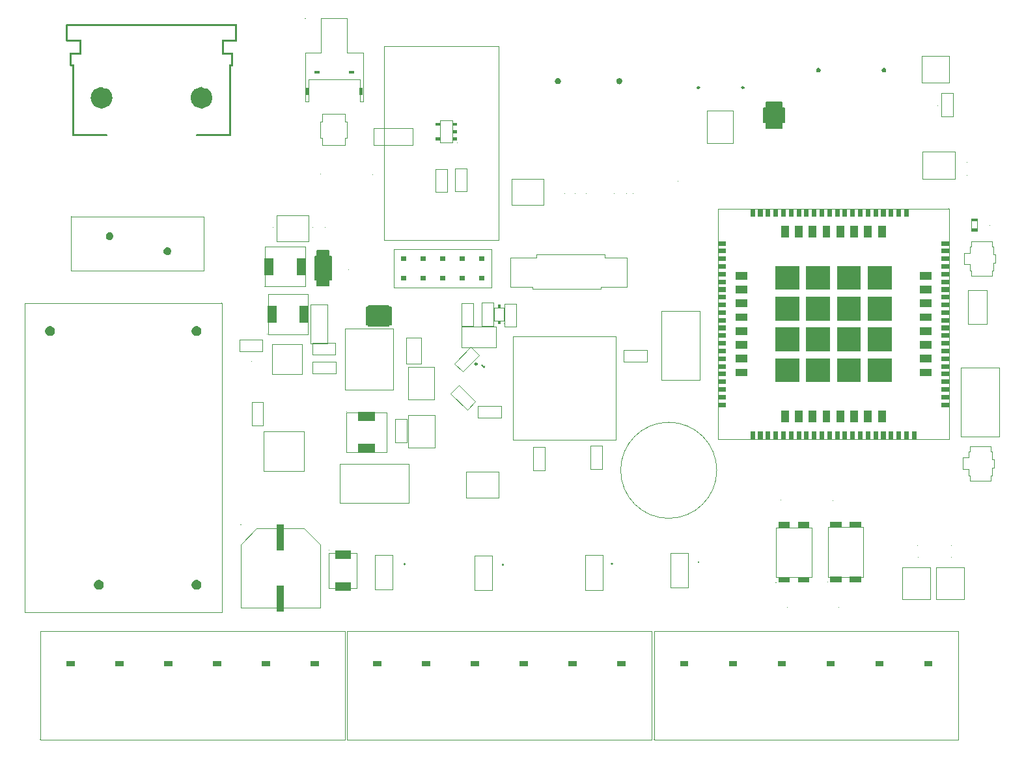
<source format=gbr>
%TF.GenerationSoftware,Altium Limited,Altium Designer,22.5.1 (42)*%
G04 Layer_Color=32768*
%FSLAX45Y45*%
%MOMM*%
%TF.SameCoordinates,BCC7A4F8-9605-4868-ACEC-D28EECC8EA53*%
%TF.FilePolarity,Positive*%
%TF.FileFunction,Other,Mechanical_15*%
%TF.Part,Single*%
G01*
G75*
%TA.AperFunction,NonConductor*%
%ADD111C,0.25400*%
%ADD139C,0.15240*%
%ADD140C,0.10000*%
%ADD143C,0.40000*%
%ADD144C,0.15001*%
%ADD218C,0.25001*%
%ADD219C,1.40000*%
%ADD220C,0.05000*%
%ADD221C,0.05080*%
%ADD222C,0.00254*%
G36*
X3975373Y9404865D02*
X3978887Y9401343D01*
X3978884Y9398856D01*
X3978882Y9396368D01*
X3975360Y9392854D01*
X3970385Y9392860D01*
X3966871Y9396381D01*
X3966874Y9398869D01*
X3966876Y9401356D01*
X3970398Y9404870D01*
X3975373Y9404865D01*
D02*
G37*
G36*
X11514073Y8748985D02*
X11522524Y8740455D01*
X11527043Y8729330D01*
X11526987Y8723327D01*
Y8723326D01*
X11527043Y8717323D01*
X11522524Y8706198D01*
X11514073Y8697669D01*
X11502990Y8693048D01*
X11490983D01*
X11479900Y8697669D01*
X11471448Y8706198D01*
X11466930Y8717323D01*
X11466985Y8723326D01*
X11466930Y8729330D01*
X11471448Y8740455D01*
X11479900Y8748985D01*
X11490983Y8753605D01*
X11502990D01*
X11514073Y8748985D01*
D02*
G37*
G36*
X10664087D02*
X10672539Y8740455D01*
X10677057Y8729330D01*
X10677002Y8723327D01*
Y8723326D01*
X10677057Y8717323D01*
X10672539Y8706198D01*
X10664087Y8697669D01*
X10653004Y8693048D01*
X10640997D01*
X10629914Y8697669D01*
X10621463Y8706198D01*
X10616944Y8717323D01*
X10617000Y8723326D01*
X10616944Y8729330D01*
X10621463Y8740455D01*
X10629914Y8748985D01*
X10640997Y8753605D01*
X10653004D01*
X10664087Y8748985D01*
D02*
G37*
G36*
X4607392Y8681961D02*
X4537392D01*
Y8711961D01*
X4607392D01*
Y8681961D01*
D02*
G37*
G36*
X4157380D02*
X4087380D01*
Y8711961D01*
X4157380D01*
Y8681961D01*
D02*
G37*
G36*
X4717384Y8396950D02*
X4677384D01*
Y8496950D01*
X4717384D01*
Y8396950D01*
D02*
G37*
G36*
X4017386D02*
X3977386D01*
Y8496950D01*
X4017386D01*
Y8396950D01*
D02*
G37*
G36*
X5729642Y7997889D02*
X5668642D01*
X5668642Y8037889D01*
X5712642Y8037889D01*
Y8037889D01*
X5729642D01*
Y7997889D01*
D02*
G37*
G36*
X5948641D02*
X5904641D01*
X5887640Y7997889D01*
X5887641Y8037889D01*
X5948641D01*
X5948641Y7997889D01*
D02*
G37*
G36*
X10168940Y8227980D02*
X10201730D01*
Y8042560D01*
X10168940D01*
Y7965090D01*
X9962740D01*
Y8042560D01*
X9929950D01*
Y8227980D01*
X9962740D01*
Y8305450D01*
X10168940D01*
Y8227980D01*
D02*
G37*
G36*
X5904641Y7942893D02*
X5948641D01*
Y7902893D01*
X5904641Y7902893D01*
D01*
X5887640D01*
Y7942893D01*
X5904641Y7942893D01*
D02*
G37*
G36*
X3078898Y9319836D02*
X3082471Y9316263D01*
X3084404Y9311596D01*
Y9309070D01*
Y9109070D01*
Y9106544D01*
X3082471Y9101876D01*
X3078898Y9098303D01*
X3074230Y9096370D01*
X2909403D01*
Y8951770D01*
X3024230D01*
X3028898Y8949837D01*
X3032471Y8946264D01*
X3034404Y8941596D01*
Y8939070D01*
Y8789068D01*
Y8786542D01*
X3032471Y8781874D01*
X3028898Y8778301D01*
X3024230Y8776368D01*
X3004404D01*
Y7884333D01*
Y7873812D01*
X2996965Y7866372D01*
X2556866D01*
X2549427Y7873812D01*
Y7884333D01*
X2556866Y7891772D01*
X2979004D01*
Y8789068D01*
Y8791594D01*
X2980938Y8796262D01*
X2984510Y8799834D01*
X2989178Y8801768D01*
X3009004D01*
Y8926370D01*
X2894177D01*
X2889509Y8928304D01*
X2885937Y8931876D01*
X2884003Y8936544D01*
Y8939070D01*
Y9109070D01*
Y9111596D01*
X2885937Y9116264D01*
X2889509Y9119836D01*
X2894177Y9121770D01*
X3059004D01*
Y9296370D01*
X884409D01*
Y9121770D01*
X1049233D01*
X1053901Y9119836D01*
X1057473Y9116264D01*
X1059407Y9111596D01*
Y9109070D01*
Y8939070D01*
Y8936544D01*
X1057473Y8931876D01*
X1053901Y8928304D01*
X1049233Y8926370D01*
X934409D01*
Y8801768D01*
X954235D01*
X958902Y8799834D01*
X962475Y8796262D01*
X964409Y8791594D01*
Y8789068D01*
Y7891772D01*
X1386536D01*
X1393976Y7884333D01*
Y7873812D01*
X1386536Y7866372D01*
X949182D01*
X944514Y7868306D01*
X940942Y7871878D01*
X939009Y7876546D01*
Y7879072D01*
Y8776368D01*
X919182D01*
X914515Y8778301D01*
X910942Y8781874D01*
X909009Y8786542D01*
Y8789068D01*
Y8939070D01*
Y8941596D01*
X910942Y8946264D01*
X914515Y8949837D01*
X919182Y8951770D01*
X1034007D01*
Y9096370D01*
X869182D01*
X864515Y9098303D01*
X860942Y9101876D01*
X859009Y9106544D01*
Y9109070D01*
Y9309070D01*
Y9311596D01*
X860942Y9316263D01*
X864515Y9319836D01*
X869182Y9321770D01*
X3074230D01*
X3078898Y9319836D01*
D02*
G37*
G36*
X5948641Y7807897D02*
X5904641D01*
Y7807897D01*
X5887641Y7807897D01*
X5887640Y7847897D01*
X5948641D01*
Y7807897D01*
D02*
G37*
G36*
X5729642D02*
X5713641Y7807897D01*
D01*
X5668642D01*
X5668642Y7847897D01*
X5729642D01*
Y7807897D01*
D02*
G37*
G36*
X5954630Y7780370D02*
Y7777884D01*
Y7775399D01*
X5951115Y7771884D01*
X5946145D01*
X5942630Y7775399D01*
Y7777884D01*
Y7780370D01*
X5946145Y7783884D01*
X5951115D01*
X5954630Y7780370D01*
D02*
G37*
G36*
X12341517Y6925850D02*
X12343964Y6925799D01*
X12347391Y6922302D01*
Y6917406D01*
X12343964Y6913909D01*
X12341517Y6913859D01*
X12339070Y6913909D01*
X12335644Y6917406D01*
Y6922302D01*
X12339070Y6925799D01*
X12341517Y6925850D01*
X12341517D01*
X12341517D01*
D01*
D02*
G37*
G36*
Y6913859D02*
X12341517D01*
X12341517D01*
D01*
D02*
G37*
G36*
X11820121Y6819861D02*
X11760121D01*
Y6919861D01*
X11820121D01*
Y6819861D01*
D02*
G37*
G36*
X11720121D02*
X11660121D01*
Y6919861D01*
X11720121D01*
Y6819861D01*
D02*
G37*
G36*
X11620122D02*
X11560122D01*
Y6919861D01*
X11620122D01*
Y6819861D01*
D02*
G37*
G36*
X11520122D02*
X11460122D01*
Y6919861D01*
X11520122D01*
Y6819861D01*
D02*
G37*
G36*
X11420122D02*
X11360122D01*
Y6919861D01*
X11420122D01*
Y6819861D01*
D02*
G37*
G36*
X11320122D02*
X11260122D01*
Y6919861D01*
X11320122D01*
Y6819861D01*
D02*
G37*
G36*
X11220122D02*
X11160122D01*
Y6919861D01*
X11220122D01*
Y6819861D01*
D02*
G37*
G36*
X11120123D02*
X11060123D01*
Y6919861D01*
X11120123D01*
Y6819861D01*
D02*
G37*
G36*
X11020120D02*
X10960120D01*
Y6919861D01*
X11020120D01*
Y6819861D01*
D02*
G37*
G36*
X10920120D02*
X10860121D01*
Y6919861D01*
X10920120D01*
Y6819861D01*
D02*
G37*
G36*
X10820121D02*
X10760121D01*
Y6919861D01*
X10820121D01*
Y6819861D01*
D02*
G37*
G36*
X10720121D02*
X10660121D01*
Y6919861D01*
X10720121D01*
Y6819861D01*
D02*
G37*
G36*
X10620121D02*
X10560121D01*
Y6919861D01*
X10620121D01*
Y6819861D01*
D02*
G37*
G36*
X10520121D02*
X10460121D01*
Y6919861D01*
X10520121D01*
Y6819861D01*
D02*
G37*
G36*
X10420121D02*
X10360122D01*
Y6919861D01*
X10420121D01*
Y6819861D01*
D02*
G37*
G36*
X10320122D02*
X10260122D01*
Y6919861D01*
X10320122D01*
Y6819861D01*
D02*
G37*
G36*
X10220122D02*
X10160122D01*
Y6919861D01*
X10220122D01*
Y6819861D01*
D02*
G37*
G36*
X10120122D02*
X10060122D01*
Y6919861D01*
X10120122D01*
Y6819861D01*
D02*
G37*
G36*
X10020122D02*
X9960122D01*
Y6919861D01*
X10020122D01*
Y6819861D01*
D02*
G37*
G36*
X9920122D02*
X9860123D01*
Y6919861D01*
X9920122D01*
Y6819861D01*
D02*
G37*
G36*
X9820123D02*
X9760123D01*
Y6919861D01*
X9820123D01*
Y6819861D01*
D02*
G37*
G36*
X932962Y6820514D02*
Y6817989D01*
Y6815464D01*
X929391Y6811893D01*
X924341D01*
X920770Y6815464D01*
Y6817989D01*
Y6820514D01*
X924341Y6824085D01*
X929391D01*
X932962Y6820514D01*
D02*
G37*
G36*
X12709940Y6760897D02*
X12629940D01*
Y6790900D01*
X12709940D01*
Y6760897D01*
D02*
G37*
G36*
Y6636910D02*
X12712388Y6636857D01*
X12715813Y6633355D01*
X12715809Y6628457D01*
X12712378Y6624961D01*
X12709930Y6624913D01*
X12707481Y6624966D01*
X12704057Y6628468D01*
X12704059Y6630920D01*
X12629940D01*
Y6660923D01*
X12709940D01*
Y6636910D01*
D02*
G37*
G36*
X11520119Y6544858D02*
X11420119D01*
Y6694860D01*
X11520119D01*
Y6544858D01*
D02*
G37*
G36*
X11340120D02*
X11240120D01*
Y6694860D01*
X11340120D01*
Y6544858D01*
D02*
G37*
G36*
X11160120D02*
X11060120D01*
Y6694860D01*
X11160120D01*
Y6544858D01*
D02*
G37*
G36*
X10980120D02*
X10880120D01*
Y6694860D01*
X10980120D01*
Y6544858D01*
D02*
G37*
G36*
X10800121D02*
X10700121D01*
Y6694860D01*
X10800121D01*
Y6544858D01*
D02*
G37*
G36*
X10620121D02*
X10520121D01*
Y6694860D01*
X10620121D01*
Y6544858D01*
D02*
G37*
G36*
X10440121D02*
X10340122D01*
Y6694860D01*
X10440121D01*
Y6544858D01*
D02*
G37*
G36*
X10260122D02*
X10160122D01*
Y6694860D01*
X10260122D01*
Y6544858D01*
D02*
G37*
G36*
X1455243Y6604601D02*
X1469319Y6590525D01*
X1476937Y6572134D01*
Y6562181D01*
Y6552228D01*
X1469319Y6533837D01*
X1455243Y6519761D01*
X1436852Y6512143D01*
X1416946D01*
X1398554Y6519761D01*
X1384479Y6533837D01*
X1376861Y6552228D01*
Y6562181D01*
Y6572134D01*
X1384479Y6590525D01*
X1398554Y6604601D01*
X1416946Y6612219D01*
X1436852D01*
X1455243Y6604601D01*
D02*
G37*
G36*
X12341520Y6438460D02*
X12241520D01*
Y6498459D01*
X12341520D01*
Y6438460D01*
D02*
G37*
G36*
X9441515D02*
X9341515D01*
Y6498459D01*
X9441515D01*
Y6438460D01*
D02*
G37*
G36*
X6399556Y6394839D02*
X6399557Y6392354D01*
X6399557Y6389871D01*
X6396045Y6386357D01*
X6391077Y6386356D01*
X6387564Y6389868D01*
X6387563Y6392352D01*
X6387562Y6394836D01*
X6391075Y6398350D01*
X6396043Y6398351D01*
X6399556Y6394839D01*
D02*
G37*
G36*
X12341520Y6338460D02*
X12241520D01*
Y6398460D01*
X12341520D01*
Y6338460D01*
D02*
G37*
G36*
X9441515D02*
X9341515D01*
Y6398460D01*
X9441515D01*
Y6338460D01*
D02*
G37*
G36*
X2207456Y6408130D02*
X2221532Y6394054D01*
X2229150Y6375663D01*
Y6365710D01*
Y6355757D01*
X2221532Y6337366D01*
X2207456Y6323290D01*
X2189065Y6315672D01*
X2169159D01*
X2150768Y6323290D01*
X2136692Y6337366D01*
X2129074Y6355757D01*
Y6365710D01*
Y6375663D01*
X2136692Y6394054D01*
X2150768Y6408130D01*
X2169159Y6415748D01*
X2189065D01*
X2207456Y6408130D01*
D02*
G37*
G36*
X12341520Y6238460D02*
X12241520D01*
Y6298460D01*
X12341520D01*
Y6238460D01*
D02*
G37*
G36*
X9441515D02*
X9341515D01*
Y6298460D01*
X9441515D01*
Y6238460D01*
D02*
G37*
G36*
X6298559Y6237341D02*
X6234561D01*
Y6301339D01*
X6298559D01*
Y6237341D01*
D02*
G37*
G36*
X6044559D02*
X5980561D01*
Y6301339D01*
X6044559D01*
Y6237341D01*
D02*
G37*
G36*
X5790559D02*
X5726561D01*
Y6301339D01*
X5790559D01*
Y6237341D01*
D02*
G37*
G36*
X5536559D02*
X5472561D01*
Y6301339D01*
X5536559D01*
Y6237341D01*
D02*
G37*
G36*
X5282559D02*
X5218561D01*
Y6301339D01*
X5282559D01*
Y6237341D01*
D02*
G37*
G36*
X12341520Y6138460D02*
X12241520D01*
Y6198460D01*
X12341520D01*
Y6138460D01*
D02*
G37*
G36*
X9441515D02*
X9341515D01*
Y6198460D01*
X9441515D01*
Y6138460D01*
D02*
G37*
G36*
X3980329Y6056710D02*
X3860329D01*
Y6276710D01*
X3980329D01*
Y6056710D01*
D02*
G37*
G36*
X3560324D02*
X3440325D01*
Y6276710D01*
X3560324D01*
Y6056710D01*
D02*
G37*
G36*
X12341520Y6038460D02*
X12241520D01*
Y6098460D01*
X12341520D01*
Y6038460D01*
D02*
G37*
G36*
X9441515D02*
X9341515D01*
Y6098460D01*
X9441515D01*
Y6038460D01*
D02*
G37*
G36*
X12116521Y5998458D02*
X11966519D01*
Y6098458D01*
X12116521D01*
Y5998458D01*
D02*
G37*
G36*
X9716521D02*
X9566519D01*
Y6098458D01*
X9716521D01*
Y5998458D01*
D02*
G37*
G36*
X6298559Y5983341D02*
X6234561D01*
Y6047339D01*
X6298559D01*
Y5983341D01*
D02*
G37*
G36*
X6044559D02*
X5980561D01*
Y6047339D01*
X6044559D01*
Y5983341D01*
D02*
G37*
G36*
X5790559D02*
X5726561D01*
Y6047339D01*
X5790559D01*
Y5983341D01*
D02*
G37*
G36*
X5536559D02*
X5472561D01*
Y6047339D01*
X5536559D01*
Y5983341D01*
D02*
G37*
G36*
X5282559D02*
X5218561D01*
Y6047339D01*
X5282559D01*
Y5983341D01*
D02*
G37*
G36*
X12341520Y5938461D02*
X12241520D01*
Y5998460D01*
X12341520D01*
Y5938461D01*
D02*
G37*
G36*
X9441515D02*
X9341515D01*
Y5998460D01*
X9441515D01*
Y5938461D01*
D02*
G37*
G36*
X4276500Y6304290D02*
X4306500D01*
Y5993490D01*
X4276500D01*
Y5918170D01*
X4125700D01*
Y5993490D01*
X4095700D01*
Y6304290D01*
X4125700D01*
Y6379610D01*
X4276500D01*
Y6304290D01*
D02*
G37*
G36*
X3446321Y5909200D02*
X3446321Y5906715D01*
X3446322Y5904231D01*
X3442809Y5900717D01*
X3437841Y5900716D01*
X3434327Y5904229D01*
X3434326Y5906713D01*
X3434325Y5909197D01*
X3437838Y5912711D01*
X3442807Y5912713D01*
X3446321Y5909200D01*
D02*
G37*
G36*
X11596520Y5864856D02*
X11286518D01*
Y6174858D01*
X11596520D01*
Y5864856D01*
D02*
G37*
G36*
X11196521D02*
X10886519D01*
Y6174858D01*
X11196521D01*
Y5864856D01*
D02*
G37*
G36*
X10796521D02*
X10486520D01*
Y6174858D01*
X10796521D01*
Y5864856D01*
D02*
G37*
G36*
X10396522D02*
X10086520D01*
Y6174858D01*
X10396522D01*
Y5864856D01*
D02*
G37*
G36*
X12341520Y5838461D02*
X12241520D01*
Y5898461D01*
X12341520D01*
Y5838461D01*
D02*
G37*
G36*
X9441515D02*
X9341515D01*
Y5898461D01*
X9441515D01*
Y5838461D01*
D02*
G37*
G36*
X12116521Y5818458D02*
X11966519D01*
Y5918458D01*
X12116521D01*
Y5818458D01*
D02*
G37*
G36*
X9716521D02*
X9566519D01*
Y5918458D01*
X9716521D01*
Y5818458D01*
D02*
G37*
G36*
X12341520Y5738461D02*
X12241520D01*
Y5798461D01*
X12341520D01*
Y5738461D01*
D02*
G37*
G36*
X9441515D02*
X9341515D01*
Y5798461D01*
X9441515D01*
Y5738461D01*
D02*
G37*
G36*
X2892106Y5692491D02*
Y5687441D01*
X2888535Y5683870D01*
X2883485D01*
X2879914Y5687441D01*
Y5692491D01*
X2883485Y5696062D01*
X2888535D01*
X2892106Y5692491D01*
D02*
G37*
G36*
X12341520Y5638461D02*
X12241520D01*
Y5698461D01*
X12341520D01*
Y5638461D01*
D02*
G37*
G36*
X9441515D02*
X9341515D01*
Y5698461D01*
X9441515D01*
Y5638461D01*
D02*
G37*
G36*
X12116521Y5638459D02*
X11966519D01*
Y5738458D01*
X12116521D01*
Y5638459D01*
D02*
G37*
G36*
X9716521D02*
X9566519D01*
Y5738458D01*
X9716521D01*
Y5638459D01*
D02*
G37*
G36*
X6507720Y5643223D02*
D01*
X6507720Y5632225D01*
X6475718D01*
Y5643223D01*
Y5673225D01*
X6507720D01*
Y5643223D01*
D02*
G37*
G36*
X12341520Y5538459D02*
X12241520D01*
Y5598459D01*
X12341520D01*
Y5538459D01*
D02*
G37*
G36*
X9441515D02*
X9341515D01*
Y5598459D01*
X9441515D01*
Y5538459D01*
D02*
G37*
G36*
X11596520Y5464857D02*
X11286518D01*
Y5774859D01*
X11596520D01*
Y5464857D01*
D02*
G37*
G36*
X11196521D02*
X10886519D01*
Y5774859D01*
X11196521D01*
Y5464857D01*
D02*
G37*
G36*
X10796521D02*
X10486520D01*
Y5774859D01*
X10796521D01*
Y5464857D01*
D02*
G37*
G36*
X10396522D02*
X10086520D01*
Y5774859D01*
X10396522D01*
Y5464857D01*
D02*
G37*
G36*
X12116521Y5458459D02*
X11966519D01*
Y5558459D01*
X12116521D01*
Y5458459D01*
D02*
G37*
G36*
X9716521D02*
X9566519D01*
Y5558459D01*
X9716521D01*
Y5458459D01*
D02*
G37*
G36*
X6507720Y5452223D02*
Y5423223D01*
X6475718D01*
Y5453221D01*
D01*
X6475719Y5464224D01*
X6507720D01*
Y5452223D01*
D02*
G37*
G36*
X12341520Y5438459D02*
X12241520D01*
Y5498459D01*
X12341520D01*
Y5438459D01*
D02*
G37*
G36*
X9441515D02*
X9341515D01*
Y5498459D01*
X9441515D01*
Y5438459D01*
D02*
G37*
G36*
X4018349Y5436180D02*
X3898349D01*
Y5656180D01*
X4018349D01*
Y5436180D01*
D02*
G37*
G36*
X3598344D02*
X3478345D01*
Y5656180D01*
X3598344D01*
Y5436180D01*
D02*
G37*
G36*
X6562712Y5425707D02*
Y5420736D01*
X6559197Y5417221D01*
X6554226D01*
X6550711Y5420736D01*
Y5425707D01*
X6554226Y5429223D01*
X6559197D01*
X6562712Y5425707D01*
D02*
G37*
G36*
X5058690Y5638180D02*
X5089170D01*
Y5411980D01*
X5058690D01*
Y5394270D01*
X4797070D01*
Y5411980D01*
X4766590D01*
Y5638180D01*
X4797070D01*
Y5655890D01*
X5058690D01*
Y5638180D01*
D02*
G37*
G36*
X12341520Y5338459D02*
X12241520D01*
Y5398459D01*
X12341520D01*
Y5338459D01*
D02*
G37*
G36*
X9441515D02*
X9341515D01*
Y5398459D01*
X9441515D01*
Y5338459D01*
D02*
G37*
G36*
X3484341Y5288670D02*
X3484341Y5286185D01*
X3484342Y5283701D01*
X3480829Y5280187D01*
X3475861Y5280186D01*
X3472347Y5283699D01*
X3472346Y5286183D01*
X3472345Y5288667D01*
X3475858Y5292181D01*
X3480827Y5292182D01*
X3484341Y5288670D01*
D02*
G37*
G36*
X12116521Y5278459D02*
X11966519D01*
Y5378459D01*
X12116521D01*
Y5278459D01*
D02*
G37*
G36*
X9716521D02*
X9566519D01*
Y5378459D01*
X9716521D01*
Y5278459D01*
D02*
G37*
G36*
X2580908Y5388863D02*
X2595735Y5380302D01*
X2607842Y5368196D01*
X2616403Y5353369D01*
X2620834Y5336831D01*
Y5319709D01*
X2616403Y5303172D01*
X2607842Y5288345D01*
X2595735Y5276238D01*
X2580908Y5267677D01*
X2564371Y5263246D01*
X2547249D01*
X2530711Y5267677D01*
X2515884Y5276238D01*
X2503778Y5288345D01*
X2495217Y5303172D01*
X2490786Y5319709D01*
Y5336831D01*
X2495217Y5353369D01*
X2503778Y5368196D01*
X2515884Y5380302D01*
X2530711Y5388863D01*
X2547249Y5393294D01*
X2564371D01*
X2580908Y5388863D01*
D02*
G37*
G36*
X675908D02*
X690735Y5380302D01*
X702842Y5368196D01*
X711403Y5353369D01*
X715834Y5336831D01*
Y5319709D01*
X711403Y5303172D01*
X702842Y5288345D01*
X690735Y5276238D01*
X675908Y5267677D01*
X659371Y5263246D01*
X642249D01*
X625711Y5267677D01*
X610884Y5276238D01*
X598778Y5288345D01*
X590217Y5303172D01*
X585786Y5319709D01*
Y5336831D01*
X590217Y5353369D01*
X598778Y5368196D01*
X610884Y5380302D01*
X625711Y5388863D01*
X642249Y5393294D01*
X659371D01*
X675908Y5388863D01*
D02*
G37*
G36*
X12341520Y5238459D02*
X12241520D01*
Y5298459D01*
X12341520D01*
Y5238459D01*
D02*
G37*
G36*
X9441515D02*
X9341515D01*
Y5298459D01*
X9441515D01*
Y5238459D01*
D02*
G37*
G36*
X12341520Y5138460D02*
X12241520D01*
Y5198460D01*
X12341520D01*
Y5138460D01*
D02*
G37*
G36*
X9441515D02*
X9341515D01*
Y5198460D01*
X9441515D01*
Y5138460D01*
D02*
G37*
G36*
X12116521Y5098460D02*
X11966519D01*
Y5198460D01*
X12116521D01*
Y5098460D01*
D02*
G37*
G36*
X9716521D02*
X9566519D01*
Y5198460D01*
X9716521D01*
Y5098460D01*
D02*
G37*
G36*
X11596520Y5064858D02*
X11286518D01*
Y5374860D01*
X11596520D01*
Y5064858D01*
D02*
G37*
G36*
X11196521D02*
X10886519D01*
Y5374860D01*
X11196521D01*
Y5064858D01*
D02*
G37*
G36*
X10796521D02*
X10486520D01*
Y5374860D01*
X10796521D01*
Y5064858D01*
D02*
G37*
G36*
X10396522D02*
X10086520D01*
Y5374860D01*
X10396522D01*
Y5064858D01*
D02*
G37*
G36*
X12341520Y5038460D02*
X12241520D01*
Y5098460D01*
X12341520D01*
Y5038460D01*
D02*
G37*
G36*
X9441515D02*
X9341515D01*
Y5098460D01*
X9441515D01*
Y5038460D01*
D02*
G37*
G36*
X12341520Y4938460D02*
X12241520D01*
Y4998460D01*
X12341520D01*
Y4938460D01*
D02*
G37*
G36*
X9441515D02*
X9341515D01*
Y4998460D01*
X9441515D01*
Y4938460D01*
D02*
G37*
G36*
X12116521Y4918460D02*
X11966519D01*
Y5018460D01*
X12116521D01*
Y4918460D01*
D02*
G37*
G36*
X9716521D02*
X9566519D01*
Y5018460D01*
X9716521D01*
Y4918460D01*
D02*
G37*
G36*
X6311404Y4873546D02*
X6308859Y4871001D01*
X6306314Y4868456D01*
X6301224Y4873546D01*
X6303769Y4876091D01*
X6306314Y4878636D01*
X6311404Y4873546D01*
D02*
G37*
G36*
X6308861Y4865909D02*
X6306314Y4863362D01*
X6298677Y4870999D01*
X6301224Y4873546D01*
X6308861Y4865909D01*
D02*
G37*
G36*
X6308859Y4860817D02*
X6306314Y4858272D01*
X6298677Y4865909D01*
X6301222Y4868454D01*
X6308859Y4860817D01*
D02*
G37*
G36*
X6306314Y4858272D02*
X6303769Y4855727D01*
X6306314Y4853182D01*
X6303767Y4850635D01*
X6301222Y4848090D01*
X6298677Y4845545D01*
X6257948Y4886274D01*
X6260493Y4888819D01*
X6263038Y4891364D01*
X6265585Y4893911D01*
X6268130Y4896456D01*
X6306314Y4858272D01*
D02*
G37*
G36*
X12341520Y4838460D02*
X12241520D01*
Y4898460D01*
X12341520D01*
Y4838460D01*
D02*
G37*
G36*
X9441515D02*
X9341515D01*
Y4898460D01*
X9441515D01*
Y4838460D01*
D02*
G37*
G36*
X12341520Y4738460D02*
X12241520D01*
Y4798460D01*
X12341520D01*
Y4738460D01*
D02*
G37*
G36*
X12116521D02*
X11966519D01*
Y4838460D01*
X12116521D01*
Y4738460D01*
D02*
G37*
G36*
X9716521D02*
X9566519D01*
Y4838460D01*
X9716521D01*
Y4738460D01*
D02*
G37*
G36*
X9441515D02*
X9341515D01*
Y4798460D01*
X9441515D01*
Y4738460D01*
D02*
G37*
G36*
X11596520Y4664859D02*
X11286518D01*
Y4974861D01*
X11596520D01*
Y4664859D01*
D02*
G37*
G36*
X11196521D02*
X10886519D01*
Y4974861D01*
X11196521D01*
Y4664859D01*
D02*
G37*
G36*
X10796521D02*
X10486520D01*
Y4974861D01*
X10796521D01*
Y4664859D01*
D02*
G37*
G36*
X10396522D02*
X10086520D01*
Y4974861D01*
X10396522D01*
Y4664859D01*
D02*
G37*
G36*
X12341520Y4638461D02*
X12241520D01*
Y4698461D01*
X12341520D01*
Y4638461D01*
D02*
G37*
G36*
X9441515D02*
X9341515D01*
Y4698461D01*
X9441515D01*
Y4638461D01*
D02*
G37*
G36*
X12341520Y4538461D02*
X12241520D01*
Y4598461D01*
X12341520D01*
Y4538461D01*
D02*
G37*
G36*
X9441515D02*
X9341515D01*
Y4598461D01*
X9441515D01*
Y4538461D01*
D02*
G37*
G36*
X12341520Y4438461D02*
X12241520D01*
Y4498461D01*
X12341520D01*
Y4438461D01*
D02*
G37*
G36*
X9441515D02*
X9341515D01*
Y4498461D01*
X9441515D01*
Y4438461D01*
D02*
G37*
G36*
X12341520Y4338461D02*
X12241520D01*
Y4398461D01*
X12341520D01*
Y4338461D01*
D02*
G37*
G36*
X9441515D02*
X9341515D01*
Y4398461D01*
X9441515D01*
Y4338461D01*
D02*
G37*
G36*
X4513841Y4282088D02*
X4513843Y4277119D01*
X4510330Y4273605D01*
X4507845Y4273605D01*
X4505361Y4273604D01*
X4501847Y4277117D01*
X4501846Y4282085D01*
X4505359Y4285600D01*
X4507843Y4285600D01*
X4510327Y4285601D01*
X4513841Y4282088D01*
D02*
G37*
G36*
X4877840Y4159602D02*
X4657840D01*
Y4279602D01*
X4877840D01*
Y4159602D01*
D02*
G37*
G36*
X11520119Y4144857D02*
X11420119D01*
Y4294860D01*
X11520119D01*
Y4144857D01*
D02*
G37*
G36*
X11340120D02*
X11240120D01*
Y4294860D01*
X11340120D01*
Y4144857D01*
D02*
G37*
G36*
X11160120D02*
X11060120D01*
Y4294860D01*
X11160120D01*
Y4144857D01*
D02*
G37*
G36*
X10980120D02*
X10880120D01*
Y4294860D01*
X10980120D01*
Y4144857D01*
D02*
G37*
G36*
X10800121D02*
X10700121D01*
Y4294860D01*
X10800121D01*
Y4144857D01*
D02*
G37*
G36*
X10620121D02*
X10520121D01*
Y4294860D01*
X10620121D01*
Y4144857D01*
D02*
G37*
G36*
X10440121D02*
X10340122D01*
Y4294860D01*
X10440121D01*
Y4144857D01*
D02*
G37*
G36*
X10260122D02*
X10160122D01*
Y4294860D01*
X10260122D01*
Y4144857D01*
D02*
G37*
G36*
X11920121Y3919857D02*
X11860121D01*
Y4019856D01*
X11920121D01*
Y3919857D01*
D02*
G37*
G36*
X11820121D02*
X11760121D01*
Y4019856D01*
X11820121D01*
Y3919857D01*
D02*
G37*
G36*
X11720121D02*
X11660121D01*
Y4019856D01*
X11720121D01*
Y3919857D01*
D02*
G37*
G36*
X11620122D02*
X11560122D01*
Y4019856D01*
X11620122D01*
Y3919857D01*
D02*
G37*
G36*
X11520122D02*
X11460122D01*
Y4019856D01*
X11520122D01*
Y3919857D01*
D02*
G37*
G36*
X11420122D02*
X11360122D01*
Y4019856D01*
X11420122D01*
Y3919857D01*
D02*
G37*
G36*
X11320122D02*
X11260122D01*
Y4019856D01*
X11320122D01*
Y3919857D01*
D02*
G37*
G36*
X11220122D02*
X11160122D01*
Y4019856D01*
X11220122D01*
Y3919857D01*
D02*
G37*
G36*
X11120123D02*
X11060123D01*
Y4019856D01*
X11120123D01*
Y3919857D01*
D02*
G37*
G36*
X11020120D02*
X10960120D01*
Y4019856D01*
X11020120D01*
Y3919857D01*
D02*
G37*
G36*
X10920120D02*
X10860121D01*
Y4019856D01*
X10920120D01*
Y3919857D01*
D02*
G37*
G36*
X10820121D02*
X10760121D01*
Y4019856D01*
X10820121D01*
Y3919857D01*
D02*
G37*
G36*
X10720121D02*
X10660121D01*
Y4019856D01*
X10720121D01*
Y3919857D01*
D02*
G37*
G36*
X10620121D02*
X10560121D01*
Y4019856D01*
X10620121D01*
Y3919857D01*
D02*
G37*
G36*
X10520121D02*
X10460121D01*
Y4019856D01*
X10520121D01*
Y3919857D01*
D02*
G37*
G36*
X10420121D02*
X10360122D01*
Y4019856D01*
X10420121D01*
Y3919857D01*
D02*
G37*
G36*
X10320122D02*
X10260122D01*
Y4019856D01*
X10320122D01*
Y3919857D01*
D02*
G37*
G36*
X10220122D02*
X10160122D01*
Y4019856D01*
X10220122D01*
Y3919857D01*
D02*
G37*
G36*
X10120122D02*
X10060122D01*
Y4019856D01*
X10120122D01*
Y3919857D01*
D02*
G37*
G36*
X10020122D02*
X9960122D01*
Y4019856D01*
X10020122D01*
Y3919857D01*
D02*
G37*
G36*
X9920122D02*
X9860123D01*
Y4019856D01*
X9920122D01*
Y3919857D01*
D02*
G37*
G36*
X9820123D02*
X9760123D01*
Y4019856D01*
X9820123D01*
Y3919857D01*
D02*
G37*
G36*
X4877840Y3739598D02*
X4657840D01*
Y3859598D01*
X4877840D01*
Y3739598D01*
D02*
G37*
G36*
X3138384Y2811671D02*
Y2806621D01*
X3134813Y2803050D01*
X3129763D01*
X3126192Y2806621D01*
Y2811671D01*
X3129763Y2815242D01*
X3134813D01*
X3138384Y2811671D01*
D02*
G37*
G36*
X11200421Y2779723D02*
X11050419D01*
Y2848729D01*
X11200421D01*
Y2779723D01*
D02*
G37*
G36*
X10946421D02*
X10796419D01*
Y2848729D01*
X10946421D01*
Y2779723D01*
D02*
G37*
G36*
X10526931Y2772863D02*
X10376929D01*
Y2841869D01*
X10526931D01*
Y2772863D01*
D02*
G37*
G36*
X10272931D02*
X10122929D01*
Y2841869D01*
X10272931D01*
Y2772863D01*
D02*
G37*
G36*
X3694898Y2474374D02*
X3599902D01*
Y2809146D01*
X3694898D01*
Y2474374D01*
D02*
G37*
G36*
X4285285Y2477491D02*
X4285289Y2472519D01*
X4281776Y2469000D01*
X4279290Y2468998D01*
X4276804Y2468996D01*
X4273285Y2472509D01*
X4273281Y2477481D01*
X4276794Y2481000D01*
X4279280Y2481002D01*
X4281766Y2481004D01*
X4285285Y2477491D01*
D02*
G37*
G36*
X4560791Y2360997D02*
X4357789D01*
Y2474998D01*
X4560791D01*
Y2360997D01*
D02*
G37*
G36*
X10774420Y2061733D02*
Y2061733D01*
D01*
Y2061733D01*
D02*
G37*
G36*
X11200421Y2061731D02*
X11050419D01*
Y2130737D01*
X11200421D01*
Y2061731D01*
D02*
G37*
G36*
X10946421D02*
X10796419D01*
Y2130737D01*
X10946421D01*
Y2061731D01*
D02*
G37*
G36*
X10774369Y2064181D02*
X10774420Y2061733D01*
X10774369Y2059286D01*
X10770872Y2055860D01*
X10765976D01*
X10762479Y2059286D01*
X10762429Y2061733D01*
X10762479Y2064181D01*
X10765976Y2067607D01*
X10770872D01*
X10774369Y2064181D01*
D02*
G37*
G36*
X10100930Y2054873D02*
Y2054873D01*
D01*
Y2054873D01*
D02*
G37*
G36*
X10526931Y2054871D02*
X10376929D01*
Y2123877D01*
X10526931D01*
Y2054871D01*
D02*
G37*
G36*
X10272931D02*
X10122929D01*
Y2123877D01*
X10272931D01*
Y2054871D01*
D02*
G37*
G36*
X10100880Y2057320D02*
X10100930Y2054873D01*
X10100880Y2052426D01*
X10097382Y2049000D01*
X10092487D01*
X10088989Y2052426D01*
X10088939Y2054873D01*
X10088989Y2057320D01*
X10092487Y2060747D01*
X10097382D01*
X10100880Y2057320D01*
D02*
G37*
G36*
X2580908Y2086863D02*
X2595735Y2078302D01*
X2607842Y2066196D01*
X2616403Y2051369D01*
X2620834Y2034831D01*
Y2017709D01*
X2616403Y2001172D01*
X2607842Y1986345D01*
X2595735Y1974238D01*
X2580908Y1965677D01*
X2564371Y1961246D01*
X2547249D01*
X2530711Y1965677D01*
X2515884Y1974238D01*
X2503778Y1986345D01*
X2495217Y2001172D01*
X2490786Y2017709D01*
Y2034831D01*
X2495217Y2051369D01*
X2503778Y2066196D01*
X2515884Y2078302D01*
X2530711Y2086863D01*
X2547249Y2091294D01*
X2564371D01*
X2580908Y2086863D01*
D02*
G37*
G36*
X1310908D02*
X1325735Y2078302D01*
X1337842Y2066196D01*
X1346403Y2051369D01*
X1350834Y2034831D01*
Y2017709D01*
X1346403Y2001172D01*
X1337842Y1986345D01*
X1325735Y1974238D01*
X1310908Y1965677D01*
X1294371Y1961246D01*
X1277249D01*
X1260711Y1965677D01*
X1245884Y1974238D01*
X1233778Y1986345D01*
X1225217Y2001172D01*
X1220786Y2017709D01*
Y2034831D01*
X1225217Y2051369D01*
X1233778Y2066196D01*
X1245884Y2078302D01*
X1260711Y2086863D01*
X1277249Y2091294D01*
X1294371D01*
X1310908Y2086863D01*
D02*
G37*
G36*
X4560791Y1945098D02*
X4357789D01*
Y2059098D01*
X4560791D01*
Y1945098D01*
D02*
G37*
G36*
X3694898Y2014126D02*
X3694898Y1679354D01*
X3599902D01*
Y2014126D01*
X3694898Y2014126D01*
D02*
G37*
G36*
X12129384Y963279D02*
X12019384D01*
Y1033279D01*
X12129384D01*
Y963279D01*
D02*
G37*
G36*
X11494384D02*
X11384384D01*
Y1033279D01*
X11494384D01*
Y963279D01*
D02*
G37*
G36*
X10859384D02*
X10749384D01*
Y1033279D01*
X10859384D01*
Y963279D01*
D02*
G37*
G36*
X10224384D02*
X10114384D01*
Y1033279D01*
X10224384D01*
Y963279D01*
D02*
G37*
G36*
X9589384D02*
X9479384D01*
Y1033279D01*
X9589384D01*
Y963279D01*
D02*
G37*
G36*
X8954384D02*
X8844384D01*
Y1033279D01*
X8954384D01*
Y963279D01*
D02*
G37*
G36*
X8139399D02*
X8029399D01*
Y1033279D01*
X8139399D01*
Y963279D01*
D02*
G37*
G36*
X7504399D02*
X7394399D01*
Y1033279D01*
X7504399D01*
Y963279D01*
D02*
G37*
G36*
X6869399D02*
X6759399D01*
Y1033279D01*
X6869399D01*
Y963279D01*
D02*
G37*
G36*
X6234399D02*
X6124399D01*
Y1033279D01*
X6234399D01*
Y963279D01*
D02*
G37*
G36*
X5599399D02*
X5489399D01*
Y1033279D01*
X5599399D01*
Y963279D01*
D02*
G37*
G36*
X4964399D02*
X4854399D01*
Y1033279D01*
X4964399D01*
Y963279D01*
D02*
G37*
G36*
X4149414D02*
X4039414D01*
Y1033279D01*
X4149414D01*
Y963279D01*
D02*
G37*
G36*
X3514414D02*
X3404414D01*
Y1033279D01*
X3514414D01*
Y963279D01*
D02*
G37*
G36*
X2879414D02*
X2769414D01*
Y1033279D01*
X2879414D01*
Y963279D01*
D02*
G37*
G36*
X2244414D02*
X2134414D01*
Y1033279D01*
X2244414D01*
Y963279D01*
D02*
G37*
G36*
X1609414D02*
X1499414D01*
Y1033279D01*
X1609414D01*
Y963279D01*
D02*
G37*
G36*
X974414D02*
X864414D01*
Y1033279D01*
X974414D01*
Y963279D01*
D02*
G37*
G36*
X8512872Y15752D02*
X8512873Y13268D01*
X8512874Y10784D01*
X8509361Y7270D01*
X8504393Y7269D01*
X8500880Y10782D01*
X8500879Y13266D01*
X8500879Y15750D01*
X8504391Y19263D01*
X8509359Y19264D01*
X8512872Y15752D01*
D02*
G37*
G36*
X4522888D02*
X4522888Y13268D01*
X4522889Y10784D01*
X4519377Y7270D01*
X4514409Y7269D01*
X4510895Y10782D01*
X4510894Y13266D01*
X4510894Y15750D01*
X4514406Y19263D01*
X4519374Y19264D01*
X4522888Y15752D01*
D02*
G37*
G36*
X532903D02*
X532903Y13268D01*
X532904Y10784D01*
X529392Y7270D01*
X524424Y7269D01*
X520910Y10782D01*
X520910Y13266D01*
X520909Y15750D01*
X524421Y19263D01*
X529389Y19264D01*
X532903Y15752D01*
D02*
G37*
D111*
X6205218Y4900481D02*
G03*
X6205218Y4900481I-12700J0D01*
G01*
D139*
X4306500Y5993490D02*
Y6304290D01*
X4276500D02*
X4306500D01*
X4095700D02*
X4125700D01*
X4095700Y5993490D02*
Y6304290D01*
Y5993490D02*
X4125700D01*
X4276500D02*
X4306500D01*
X4276500Y5918170D02*
Y5993490D01*
Y6304290D02*
Y6379610D01*
X4125700D02*
X4276500D01*
X4125700Y6304290D02*
Y6379610D01*
Y5918170D02*
Y5993490D01*
Y5918170D02*
X4276500D01*
X4797070Y5394270D02*
X5058690D01*
Y5411980D01*
Y5638180D02*
Y5655890D01*
X4797070D02*
X5058690D01*
X4797070Y5638180D02*
Y5655890D01*
Y5394270D02*
Y5411980D01*
X4766590D02*
X4797070D01*
X5058690D02*
X5089170D01*
Y5638180D01*
X5058690D02*
X5089170D01*
X4766590D02*
X4797070D01*
X4766590Y5411980D02*
Y5638180D01*
X10168940Y8042560D02*
X10201730D01*
X10168940Y7965090D02*
Y8042560D01*
X9962740Y7965090D02*
X10168940D01*
X9962740D02*
Y8042560D01*
X9929950D02*
X9962740D01*
X9929950D02*
Y8227980D01*
X9962740D01*
Y8305450D01*
X10168940D01*
Y8227980D02*
Y8305450D01*
Y8227980D02*
X10201730D01*
Y8042560D02*
Y8227980D01*
D140*
X6450720Y5111180D02*
Y5382180D01*
X6006720D02*
X6450720D01*
X6006720Y5111180D02*
Y5382180D01*
Y5111180D02*
X6450720D01*
D143*
X7277200Y8579330D02*
G03*
X7277200Y8579330I-19990J0D01*
G01*
X8075217D02*
G03*
X8075217Y8579330I-19990J0D01*
G01*
D144*
X6547336Y2288020D02*
G03*
X6547336Y2288020I-7493J0D01*
G01*
X5269156Y2295450D02*
G03*
X5269156Y2295450I-7493J0D01*
G01*
X7967909Y2299982D02*
G03*
X7967909Y2299982I-7493J0D01*
G01*
X9093376Y2321350D02*
G03*
X9093376Y2321350I-7493J0D01*
G01*
D218*
X9675023Y8495270D02*
G03*
X9675023Y8495270I-12497J0D01*
G01*
X9097020D02*
G03*
X9097020Y8495270I-12497J0D01*
G01*
D219*
X1391692Y8364060D02*
G03*
X1391692Y8364060I-70002J0D01*
G01*
X2691715D02*
G03*
X2691715Y8364060I-70002J0D01*
G01*
D220*
X9323390Y3516440D02*
G03*
X9323390Y3516440I-625000J0D01*
G01*
X6061760Y3156290D02*
Y3498790D01*
Y3156290D02*
X6483760D01*
Y3498790D01*
X6061760D02*
X6483760D01*
X4017030Y6495200D02*
Y6835200D01*
X3602030D02*
X4017030D01*
X3602030Y6495200D02*
Y6835200D01*
Y6495200D02*
X4017030D01*
X4261570Y5169430D02*
Y5676430D01*
X4041570Y5169430D02*
X4261570D01*
X4041570D02*
Y5676430D01*
X4261570D01*
X12177491Y2256750D02*
X12537490D01*
X12177491Y1836749D02*
Y2256750D01*
Y1836749D02*
X12537490D01*
Y2256750D01*
X11735951D02*
X12095950D01*
X11735951Y1836749D02*
Y2256750D01*
Y1836749D02*
X12095950D01*
Y2256750D01*
X3536250Y4770510D02*
X3926250D01*
X3536250Y5160510D02*
X3926250D01*
X3536250Y4770510D02*
Y5160510D01*
X3926250Y4770510D02*
Y5160510D01*
X7867120Y6325070D02*
X7867120Y6280070D01*
X6977120Y6325070D02*
X7867120D01*
X6977120D02*
X6977120Y6280070D01*
X6637120Y6280070D02*
X6977120Y6280070D01*
X6637120Y5900070D02*
X6637120Y6280070D01*
X6637120Y5900070D02*
X6927120D01*
Y5875070D02*
Y5900070D01*
Y5875070D02*
X7817120D01*
Y5900070D01*
X8157120D01*
X8157120Y6280070D01*
X7867120Y6280070D02*
X8157120Y6280070D01*
X4860960Y7750140D02*
Y7970140D01*
Y7750140D02*
X5367960D01*
Y7970140D01*
X4860960D02*
X5367960D01*
X6668559Y3913440D02*
Y5258440D01*
Y3913440D02*
X8013560D01*
Y5258440D01*
X6668559D02*
X8013560D01*
X6651670Y6967170D02*
X7073670D01*
X6651670D02*
Y7309670D01*
X7073670D01*
Y6967170D02*
Y7309670D01*
X4487140Y4568510D02*
Y5358510D01*
X5112140D01*
Y4568510D02*
Y5358510D01*
X4487140Y4568510D02*
X5112140D01*
X5307274Y4439989D02*
Y4861989D01*
X5649774D01*
Y4439989D02*
Y4861989D01*
X5307274Y4439989D02*
X5649774D01*
X5482494Y4899149D02*
Y5244149D01*
X5282494Y4899149D02*
X5482494D01*
X5282494D02*
Y5244149D01*
X5482494D01*
X4063214Y5021299D02*
X4365214D01*
X4063214D02*
Y5173300D01*
X4365214D01*
Y5021299D02*
Y5173300D01*
X4064894Y4778259D02*
X4366894D01*
X4064894D02*
Y4930260D01*
X4366894D01*
Y4778259D02*
Y4930260D01*
X3113804Y5216999D02*
X3415804D01*
Y5064999D02*
Y5216999D01*
X3113804Y5064999D02*
X3415804D01*
X3113804D02*
Y5216999D01*
X5312054Y3811139D02*
X5654554D01*
Y4233139D01*
X5312054D02*
X5654554D01*
X5312054Y3811139D02*
Y4233139D01*
X5138544Y4181709D02*
X5290544D01*
X5138544Y3879710D02*
Y4181709D01*
Y3879710D02*
X5290544D01*
Y4181709D01*
X5321994Y3095379D02*
Y3595379D01*
X4421994D02*
X5321994D01*
X4421994Y3095379D02*
Y3595379D01*
Y3095379D02*
X5321994D01*
X3432534Y3502769D02*
X3955534D01*
X3432534Y4025769D02*
X3955534D01*
X3432534Y3502769D02*
Y4025769D01*
X3955534Y3502769D02*
Y4025769D01*
X3425564Y4102919D02*
Y4404919D01*
X3273564Y4102919D02*
X3425564D01*
X3273564D02*
Y4404919D01*
X3425564D01*
X5917140Y7143850D02*
X6069140D01*
Y7445850D01*
X5917140D02*
X6069140D01*
X5917140Y7143850D02*
Y7445850D01*
X5669090Y7136320D02*
X5821090D01*
Y7438320D01*
X5669090D02*
X5821090D01*
X5669090Y7136320D02*
Y7438320D01*
X4994530Y9033710D02*
X6484530D01*
Y6513710D02*
Y9033710D01*
X4994530Y6513710D02*
X6484530D01*
X4994530D02*
Y9033710D01*
X4486880Y8055310D02*
Y8150310D01*
Y8055310D02*
X4513880D01*
Y7839310D02*
Y8055310D01*
X4486880Y7839310D02*
X4513880D01*
X4486880Y7744310D02*
Y7839310D01*
X4190880Y7744310D02*
Y7839310D01*
X4163880D02*
X4190880D01*
X4163880D02*
Y8055310D01*
X4190880D01*
Y8150310D01*
X4486880D01*
X4190880Y7744310D02*
X4486880D01*
X11993550Y8559900D02*
Y8909900D01*
Y8559900D02*
X12343550D01*
Y8909900D01*
X11993550D02*
X12343550D01*
X12240960Y8121959D02*
Y8423959D01*
X12392960D01*
Y8121959D02*
Y8423959D01*
X12240960Y8121959D02*
X12392960D01*
X12590380Y5861510D02*
X12840379D01*
X12590380Y5418510D02*
X12840379D01*
Y5861510D01*
X12590380Y5418510D02*
Y5861510D01*
X12885780Y3381010D02*
Y3451010D01*
X12905780D01*
Y3661010D02*
Y3761010D01*
X12885780D02*
X12905780D01*
X12885780D02*
Y3831010D01*
X12905780Y3661010D02*
X12930780D01*
Y3551010D02*
Y3661010D01*
X12905780Y3551010D02*
X12930780D01*
X12905780Y3451010D02*
Y3551010D01*
X12615780Y3831010D02*
X12885780D01*
X12615780Y3761010D02*
Y3831010D01*
X12595780Y3761010D02*
X12615780D01*
X12595780Y3451010D02*
Y3531010D01*
Y3451010D02*
X12615780D01*
Y3381010D02*
Y3451010D01*
Y3381010D02*
X12885780D01*
X12520780Y3531010D02*
X12595780D01*
X12520780D02*
Y3681010D01*
X12595780D01*
Y3761010D01*
X12904311Y6044690D02*
Y6114690D01*
X12924310D01*
Y6324690D02*
Y6424690D01*
X12904311D02*
X12924310D01*
X12904311D02*
Y6494690D01*
X12924310Y6324690D02*
X12949310D01*
Y6214690D02*
Y6324690D01*
X12924310Y6214690D02*
X12949310D01*
X12924310Y6114690D02*
Y6214690D01*
X12634310Y6494690D02*
X12904311D01*
X12634310Y6424690D02*
Y6494690D01*
X12614310Y6424690D02*
X12634310D01*
X12614310Y6114690D02*
Y6194690D01*
Y6114690D02*
X12634310D01*
Y6044690D02*
Y6114690D01*
Y6044690D02*
X12904311D01*
X12539310Y6194690D02*
X12614310D01*
X12539310D02*
Y6344690D01*
X12614310D01*
Y6424690D01*
X8602480Y5591930D02*
X9102480D01*
X8602480Y4691930D02*
Y5591930D01*
Y4691930D02*
X9102480D01*
Y5591930D01*
X12497830Y3952900D02*
Y4852900D01*
X12997830D01*
Y3952900D02*
Y4852900D01*
X12497830Y3952900D02*
X12997830D01*
X11998710Y7305930D02*
X12418710D01*
X11998710D02*
Y7665930D01*
X12418710D01*
Y7305930D02*
Y7665930D01*
X6218060Y4201410D02*
Y4353410D01*
Y4201410D02*
X6520060D01*
Y4353410D01*
X6218060D02*
X6520060D01*
X6935119Y3516360D02*
X7087119D01*
Y3818360D01*
X6935119D02*
X7087119D01*
X6935119Y3516360D02*
Y3818360D01*
X7678700Y3531870D02*
X7830700D01*
Y3833870D01*
X7678700D02*
X7830700D01*
X7678700Y3531870D02*
Y3833870D01*
X8417450Y4932230D02*
Y5084230D01*
X8115450D02*
X8417450D01*
X8115450Y4932230D02*
Y5084230D01*
Y4932230D02*
X8417450D01*
X6559010Y5685930D02*
X6711010D01*
X6559010Y5383930D02*
Y5685930D01*
Y5383930D02*
X6711010D01*
Y5685930D01*
X6268019Y5696280D02*
X6420020D01*
X6268019Y5394280D02*
Y5696280D01*
Y5394280D02*
X6420020D01*
Y5696280D01*
X6007269Y5694280D02*
X6159270D01*
X6007269Y5392280D02*
Y5694280D01*
Y5392280D02*
X6159270D01*
Y5694280D01*
X5911859Y4906610D02*
X6019339Y4799130D01*
X6232886Y5012676D01*
X6125405Y5120156D02*
X6232886Y5012676D01*
X5911859Y4906610D02*
X6125405Y5120156D01*
X5863109Y4517220D02*
X5970590Y4624700D01*
X5863109Y4517220D02*
X6076655Y4303674D01*
X6184136Y4411154D01*
X5970590Y4624700D02*
X6184136Y4411154D01*
X6172452Y1957423D02*
X6400453D01*
Y2409423D01*
X6172452D02*
X6400453D01*
X6172452Y1957423D02*
Y2409423D01*
X7612970Y1959880D02*
X7840970D01*
Y2411880D01*
X7612970D02*
X7840970D01*
X7612970Y1959880D02*
Y2411880D01*
X4881572Y1964853D02*
X5109572D01*
Y2416853D01*
X4881572D02*
X5109572D01*
X4881572Y1964853D02*
Y2416853D01*
X8722790Y1986460D02*
X8950790D01*
Y2438460D01*
X8722790D02*
X8950790D01*
X8722790Y1986460D02*
Y2438460D01*
X9537500Y7771800D02*
Y8193800D01*
X9195000Y7771800D02*
X9537500D01*
X9195000D02*
Y8193800D01*
X9537500D01*
D221*
X3450327Y6426710D02*
X3970326D01*
Y5906711D02*
Y6426710D01*
X3450327Y5906711D02*
X3970326D01*
X3450327D02*
Y6426710D01*
X320610Y5689966D02*
X2886010D01*
X320610Y1664574D02*
Y5689966D01*
Y1664574D02*
X2886010D01*
Y5689966D01*
X926866Y6817989D02*
X2652034Y6817989D01*
Y6112377D02*
Y6817989D01*
X926866Y6112377D02*
X2652034D01*
X926866D02*
X926866Y6817989D01*
X5027840Y3749600D02*
Y4269599D01*
X4507841Y3749600D02*
X5027840D01*
X4507841D02*
Y4269599D01*
X5027840D01*
X3488347Y5806179D02*
X4008346D01*
Y5286180D02*
Y5806179D01*
X3488347Y5286180D02*
X4008346D01*
X3488347D02*
Y5806179D01*
X5728649Y8067886D02*
X5888649Y8067887D01*
X5888649Y7777884D01*
X5728649D02*
X5888649D01*
X5728649D02*
Y8067886D01*
X3972885Y8318957D02*
X4012885D01*
Y8598858D01*
X4682883D01*
Y8313857D02*
Y8598858D01*
Y8313857D02*
X4722883D01*
Y8948857D01*
X4516884D02*
X4722883D01*
X4516884D02*
Y9398856D01*
X4177886D02*
X4516884D01*
X4177886Y8948857D02*
Y9398856D01*
X3972885Y8948857D02*
X4177886D01*
X3972885Y8318957D02*
Y8948857D01*
X6426711Y5463223D02*
X6426712Y5633223D01*
X6426711Y5463223D02*
X6556711D01*
Y5633223D01*
X6426712D02*
X6556711D01*
X10094931Y2123369D02*
X10554930D01*
Y2773371D01*
X10094931D02*
X10554930D01*
X10094931Y2123369D02*
Y2773371D01*
X10768420Y2130229D02*
X11228420D01*
Y2780231D01*
X10768420D02*
X11228420D01*
X10768420Y2130229D02*
Y2780231D01*
X526914Y13266D02*
Y1423263D01*
X4486909D01*
Y13266D02*
Y1423263D01*
X526914Y13266D02*
X4486909D01*
X4162512Y2553368D02*
X4162513Y1729138D01*
X3132288Y1729138D02*
X4162513Y1729138D01*
X3132288Y1729138D02*
Y2553368D01*
X3956518Y2759362D02*
X4162512Y2553368D01*
X3132288D02*
X3338282Y2759362D01*
X3956518D01*
X5123560Y6392340D02*
X6393560D01*
X5123560Y5892341D02*
Y6392340D01*
Y5892341D02*
X6393560D01*
Y6392340D01*
X4516899Y13266D02*
Y1423263D01*
X8476894D01*
Y13266D02*
Y1423263D01*
X4516899Y13266D02*
X8476894D01*
X8506884D02*
Y1423263D01*
X12466879D01*
Y13266D02*
Y1423263D01*
X8506884Y13266D02*
X12466879D01*
X9341521Y3919859D02*
Y6919858D01*
Y3919859D02*
X12341520D01*
Y6919858D01*
X9341521D02*
X12341520D01*
X9341521Y3919859D02*
Y6919858D01*
Y3919859D02*
X12341520D01*
Y6919858D01*
X9341521D02*
X12341520D01*
X12629927Y6790910D02*
X12709927D01*
X12629927Y6630910D02*
Y6790910D01*
Y6630910D02*
X12709927D01*
Y6790910D01*
X4279290Y1980048D02*
Y2440047D01*
Y1980048D02*
X4639290D01*
Y2440047D01*
X4279290D02*
X4639290D01*
D222*
X3551700Y6678482D02*
X3551750Y6678432D01*
X4064030Y6678482D02*
X4064081Y6678432D01*
X4223399Y6678482D02*
X4223450Y6678432D01*
X4528470Y6128936D02*
X4528521Y6128885D01*
X12374088Y2538899D02*
X12374138Y2538950D01*
X11935101Y2386489D02*
X11935152Y2386540D01*
X8818760Y7278875D02*
X8818810Y7278825D01*
X10828240Y3125475D02*
X10828291Y3125425D01*
X10153840Y3134305D02*
X10153891Y3134255D01*
X10235710Y1737485D02*
X10235760Y1737435D01*
X10908380Y1737485D02*
X10908430Y1737435D01*
X11932505Y2539699D02*
X11932556Y2539750D01*
X12373211Y2386499D02*
X12373262Y2386550D01*
X4846140Y7364805D02*
X4846190Y7364755D01*
X4169740Y7374585D02*
X4169790Y7374534D01*
X3266389Y4938239D02*
X3266439Y4938290D01*
X8228910Y7119362D02*
X8228961Y7119311D01*
X7983780Y7119362D02*
X7983831Y7119311D01*
X8148880Y7119362D02*
X8148931Y7119311D01*
X7339690Y7122645D02*
X7339741Y7122595D01*
X7620530Y7121962D02*
X7620581Y7121911D01*
X7480820Y7122645D02*
X7480870Y7122595D01*
X12195569Y8263015D02*
X12195620Y8262965D01*
X12868050Y6709359D02*
X12868100Y6709308D01*
X12570225Y7530729D02*
X12570276Y7530780D01*
X12570225Y7361269D02*
X12570276Y7361320D01*
%TF.MD5,8e7fd742a4b95518b785a612ebe10261*%
M02*

</source>
